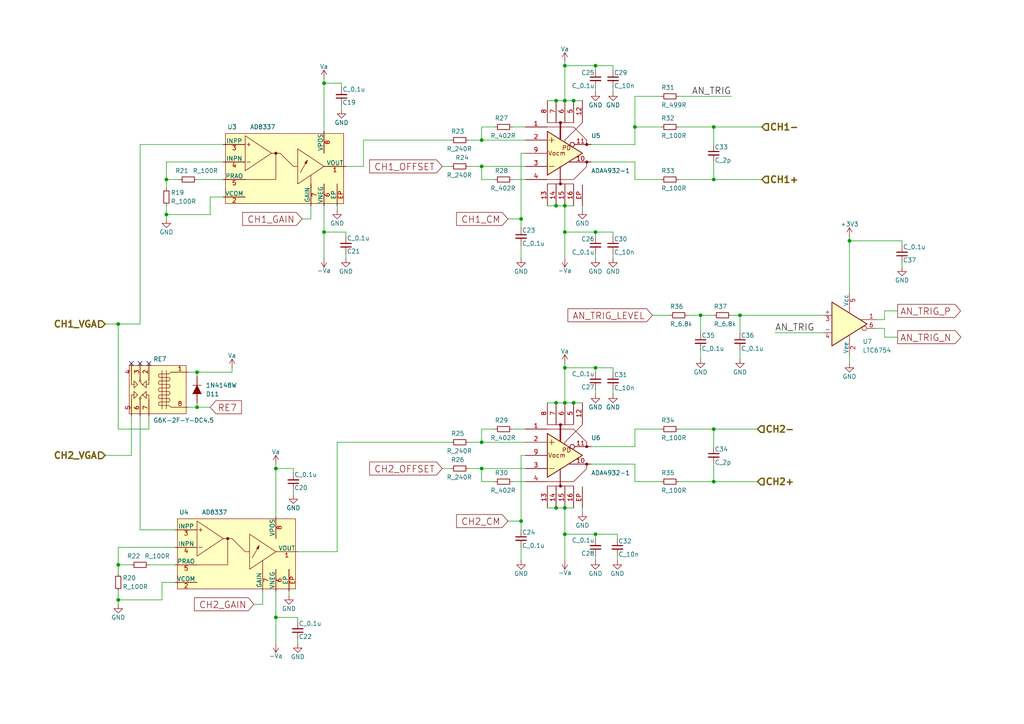
<source format=kicad_sch>
(kicad_sch (version 20231120) (generator "eeschema") (generator_version "8.0")
  (paper "A4")
  (title_block (title "Scopefun Oscilloscope") (rev "v2") (comment 1 "Copyright Dejan Priversek 2017") (comment 2 "Licensed under CERN OHL v.1.2"))
  (lib_symbols
    (symbol "ScopefunParts:+3.3V" (power) (pin_names (offset 0))
      (property "Value" "+3.3V" (at 0 3.556 0))
      (symbol "+3.3V_1_1"
        (pin power_in line (at 0 0 90) (length 0) hide (name "+3V3") (number "1"))
      )
    )
    (symbol "ScopefunParts:+Va" (power) (pin_names (offset 0))
      (property "Value" "+Va" (at 0 3.556 0))
      (symbol "+Va_1_1"
        (pin power_in line (at 0 0 90) (length 0) hide (name "Va") (number "1"))
      )
    )
    (symbol "ScopefunParts:-Va" (power) (pin_names (offset 0))
      (property "Value" "-Va" (at 0 3.556 0))
      (symbol "-Va_1_1"
        (pin power_in line (at 0 0 90) (length 0) hide (name "-Va") (number "1"))
      )
    )
    (symbol "ScopefunParts:1N4148W" (pin_numbers hide) (pin_names (offset 1.016) hide)
      (property "Reference" "D" (at 2.54 1.27 0))
      (property "Value" "1N4148W" (at 2.54 -1.27 0))
      (symbol "1N4148W_1_1"
        (pin passive line (at 0 -3.81 90) (length 2.54) (name "K") (number "1"))
        (pin passive line (at 0 3.81 270) (length 2.54) (name "A") (number "2"))
      )
    )
    (symbol "ScopefunParts:AD8337" (pin_names (offset 0))
      (property "Reference" "U" (at -15.24 12.7 0))
      (property "Value" "AD8337" (at -5.08 12.7 0))
      (symbol "AD8337_1_1"
        (pin output line (at 17.78 0 180) (length 6.35) (name "VOUT") (number "1"))
        (pin power_in line (at -17.78 -8.89 0) (length 6.35) (name "VCOM") (number "2"))
        (pin input line (at -17.78 6.35 0) (length 6.35) (name "INPP") (number "3"))
        (pin input line (at -17.78 1.27 0) (length 6.35) (name "INPN") (number "4"))
        (pin output line (at -17.78 -3.81 0) (length 6.35) (name "PRAO") (number "5"))
        (pin power_in line (at 11.43 -11.43 90) (length 6.35) (name "VNEG") (number "6"))
        (pin input line (at 7.62 -11.43 90) (length 6.35) (name "GAIN") (number "7"))
        (pin power_in line (at 11.43 10.16 270) (length 6.35) (name "VPOS") (number "8"))
        (pin passive line (at 15.24 -11.43 90) (length 6.35) (name "EP") (number "EP"))
      )
    )
    (symbol "ScopefunParts:ADA4932-1" (pin_names (offset 0) hide)
      (property "Reference" "U" (at 7.62 5.08 0))
      (property "Value" "ADA4932-1" (at 7.62 -5.08 0))
      (symbol "ADA4932-1_0_0"
        (text " PD" (at 0 1.524 0) (effects (font (size 1.27 1.27))))
      )
      (symbol "ADA4932-1_0_1"
        (pin power_in line (at -5.08 -15.24 90) (length 6.096) (name "-Vs") (number "13"))
        (pin power_in line (at -2.54 -15.24 90) (length 6.096) (name "-Vs") (number "14"))
        (pin power_in line (at 0 -15.24 90) (length 6.096) (name "-Vs") (number "15"))
        (pin power_in line (at 2.54 -15.24 90) (length 6.096) (name "-Vs") (number "16"))
        (pin power_in line (at 2.54 15.24 270) (length 6.096) (name "+Vs") (number "5"))
        (pin power_in line (at 0 15.24 270) (length 6.096) (name "+Vs") (number "6"))
        (pin power_in line (at -2.54 15.24 270) (length 6.096) (name "+Vs") (number "7"))
        (pin power_in line (at -5.08 15.24 270) (length 6.096) (name "+Vs") (number "8"))
      )
      (symbol "ADA4932-1_1_0"
        (text "Vocm" (at -2.286 0 0) (effects (font (size 1.27 1.27))))
      )
      (symbol "ADA4932-1_1_1"
        (pin output line (at -11.43 7.62 0) (length 6.096) (name "-FB") (number "1"))
        (pin output line (at 7.62 -2.54 180) (length 6.096) (name "+OUT") (number "10"))
        (pin output inverted (at 7.62 2.54 180) (length 6.096) (name "-OUT") (number "11"))
        (pin input line (at 5.08 15.24 270) (length 6.096) (name "r~{PD}") (number "12"))
        (pin input line (at -11.43 3.81 0) (length 6.096) (name "+IN") (number "2"))
        (pin input line (at -11.43 -3.81 0) (length 6.096) (name "-IN") (number "3"))
        (pin output line (at -11.43 -7.62 0) (length 6.096) (name "+FB") (number "4"))
        (pin input line (at -11.43 0 0) (length 6.096) (name "Vocm") (number "9"))
        (pin passive line (at 5.08 -15.24 90) (length 6.096) (name "EP") (number "EP"))
      )
    )
    (symbol "ScopefunParts:C_0.1u" (pin_numbers hide) (pin_names (offset 0.254) hide)
      (property "Reference" "C" (at 0.254 1.778 0))
      (property "Value" "C_0.1u" (at 0.254 -2.032 0))
      (symbol "C_0.1u_1_1"
        (pin passive line (at 0 2.54 270) (length 1.905) (name "~") (number "1"))
        (pin passive line (at 0 -2.54 90) (length 2.032) (name "~") (number "2"))
      )
    )
    (symbol "ScopefunParts:C_10n_0402" (pin_numbers hide) (pin_names (offset 0.254) hide)
      (property "Reference" "C" (at 0.254 1.778 0))
      (property "Value" "C_10n_0402" (at 0.254 -2.032 0))
      (symbol "C_10n_0402_1_1"
        (pin passive line (at 0 2.54 270) (length 1.905) (name "~") (number "1"))
        (pin passive line (at 0 -2.54 90) (length 2.032) (name "~") (number "2"))
      )
    )
    (symbol "ScopefunParts:C_2p" (pin_numbers hide) (pin_names (offset 0.254) hide)
      (property "Reference" "C" (at 0.254 1.778 0))
      (property "Value" "C_2p" (at 0.254 -2.032 0))
      (symbol "C_2p_1_1"
        (pin passive line (at 0 2.54 270) (length 1.905) (name "~") (number "1"))
        (pin passive line (at 0 -2.54 90) (length 2.032) (name "~") (number "2"))
      )
    )
    (symbol "ScopefunParts:G6K-2F-Y-DC4.5" (pin_names (offset 1.016) hide)
      (property "Reference" "RE" (at 0 10.16 0))
      (property "Value" "G6K-2F-Y-DC4.5" (at 0 -10.16 0))
      (symbol "G6K-2F-Y-DC4.5_1_1"
        (pin input line (at -8.89 -5.08 0) (length 4.826) (name "1") (number "1"))
        (pin passive line (at 2.54 -7.62 90) (length 4.826) (name "2") (number "2"))
        (pin passive line (at 5.08 -7.62 90) (length 4.826) (name "3") (number "3"))
        (pin passive line (at 7.62 -7.62 90) (length 4.826) (name "4") (number "4"))
        (pin passive line (at 7.62 7.62 270) (length 4.826) (name "5") (number "5"))
        (pin passive line (at 5.08 7.62 270) (length 4.826) (name "6") (number "6"))
        (pin passive line (at 2.54 7.62 270) (length 4.826) (name "7") (number "7"))
        (pin input line (at -8.89 5.08 0) (length 4.826) (name "8") (number "8"))
      )
    )
    (symbol "ScopefunParts:LTC6754" (pin_names (offset 0))
      (property "Reference" "U" (at 3.81 -5.08 0))
      (property "Value" "LTC6754" (at 3.81 -7.62 0))
      (symbol "LTC6754_0_1"
        (pin power_in line (at 0 -8.89 90) (length 4.064) (name "Vee") (number "2"))
      )
      (symbol "LTC6754_1_1"
        (pin output line (at 7.62 1.27 180) (length 2.54) (name "~") (number "1"))
        (pin input line (at -7.62 2.54 0) (length 2.54) (name "+") (number "3"))
        (pin input line (at -7.62 -2.54 0) (length 2.54) (name "-") (number "4"))
        (pin power_in line (at 0 8.89 270) (length 4.064) (name "Vcc") (number "5"))
        (pin output line (at 7.62 -1.27 180) (length 2.54) (name "~") (number "6"))
      )
    )
    (symbol "ScopefunParts:R_100R" (pin_numbers hide) (pin_names (offset 0.254) hide)
      (property "Reference" "R" (at 1.27 1.27 0))
      (property "Value" "R_100R" (at 1.27 -1.27 0))
      (symbol "R_100R_1_1"
        (pin passive line (at 0 2.54 270) (length 0.762) (name "~") (number "1"))
        (pin passive line (at 0 -2.54 90) (length 0.762) (name "~") (number "2"))
      )
    )
    (symbol "ScopefunParts:R_240R" (pin_numbers hide) (pin_names (offset 0.254) hide)
      (property "Reference" "R" (at 1.27 1.27 0))
      (property "Value" "R_240R" (at 1.27 -1.27 0))
      (symbol "R_240R_1_1"
        (pin passive line (at 0 2.54 270) (length 0.762) (name "~") (number "1"))
        (pin passive line (at 0 -2.54 90) (length 0.762) (name "~") (number "2"))
      )
    )
    (symbol "ScopefunParts:R_402R" (pin_numbers hide) (pin_names (offset 0.254) hide)
      (property "Reference" "R" (at 1.27 1.27 0))
      (property "Value" "R_402R" (at 1.27 -1.27 0))
      (symbol "R_402R_1_1"
        (pin passive line (at 0 2.54 270) (length 0.762) (name "~") (number "1"))
        (pin passive line (at 0 -2.54 90) (length 0.762) (name "~") (number "2"))
      )
    )
    (symbol "ScopefunParts:R_499R" (pin_numbers hide) (pin_names (offset 0.254) hide)
      (property "Reference" "R" (at 1.27 1.27 0))
      (property "Value" "R_499R" (at 1.27 -1.27 0))
      (symbol "R_499R_1_1"
        (pin passive line (at 0 2.54 270) (length 0.762) (name "~") (number "1"))
        (pin passive line (at 0 -2.54 90) (length 0.762) (name "~") (number "2"))
      )
    )
    (symbol "ScopefunParts:R_6.8k" (pin_numbers hide) (pin_names (offset 0.254) hide)
      (property "Reference" "R" (at 1.27 1.27 0))
      (property "Value" "R_6.8k" (at 1.27 -1.27 0))
      (symbol "R_6.8k_1_1"
        (pin passive line (at 0 2.54 270) (length 0.762) (name "~") (number "1"))
        (pin passive line (at 0 -2.54 90) (length 0.762) (name "~") (number "2"))
      )
    )
    (symbol "Scopefun_v2-rescue:GND" (power) (pin_names (offset 0))
      (property "Value" "GND" (at 0 -3.81 0))
      (symbol "GND_1_1"
        (pin power_in line (at 0 0 270) (length 0) hide (name "GND") (number "1"))
      )
    )
  )
  (junction (at 203.2 91.44))
  (junction (at 34.29 93.98))
  (junction (at 214.63 91.44))
  (junction (at 161.29 147.32))
  (junction (at 163.83 29.21))
  (junction (at 172.72 106.68))
  (junction (at 166.37 29.21))
  (junction (at 207.01 36.83))
  (junction (at 48.26 62.23))
  (junction (at 161.29 116.84))
  (junction (at 184.15 36.83))
  (junction (at 161.29 59.69))
  (junction (at 93.98 67.31))
  (junction (at 151.13 151.13))
  (junction (at 34.29 163.83))
  (junction (at 151.13 63.5))
  (junction (at 163.83 106.68))
  (junction (at 57.15 107.95))
  (junction (at 34.29 173.99))
  (junction (at 163.83 67.31))
  (junction (at 57.15 118.11))
  (junction (at 161.29 29.21))
  (junction (at 139.7 128.27))
  (junction (at 163.83 59.69))
  (junction (at 207.01 139.7))
  (junction (at 172.72 67.31))
  (junction (at 166.37 116.84))
  (junction (at 246.38 69.85))
  (junction (at 139.7 48.26))
  (junction (at 163.83 19.05))
  (junction (at 139.7 135.89))
  (junction (at 163.83 116.84))
  (junction (at 80.01 135.89))
  (junction (at 93.98 24.13))
  (junction (at 48.26 52.07))
  (junction (at 163.83 154.94))
  (junction (at 139.7 40.64))
  (junction (at 207.01 52.07))
  (junction (at 207.01 124.46))
  (junction (at 172.72 19.05))
  (junction (at 80.01 179.07))
  (junction (at 163.83 147.32))
  (junction (at 172.72 154.94))
  (no_connect (at 38.1 105.41))
  (no_connect (at 40.64 105.41))
  (no_connect (at 43.18 105.41))
  (wire (pts (xy 172.72 19.05) (xy 177.8 19.05)))
  (wire (pts (xy 172.72 106.68) (xy 172.72 107.95)))
  (wire (pts (xy 93.98 59.69) (xy 93.98 67.31)))
  (wire (pts (xy 256.54 97.79) (xy 260.35 97.79)))
  (wire (pts (xy 177.8 73.66) (xy 177.8 74.93)))
  (wire (pts (xy 168.91 59.69) (xy 168.91 60.96)))
  (wire (pts (xy 86.36 180.34) (xy 86.36 179.07)))
  (wire (pts (xy 177.8 67.31) (xy 177.8 68.58)))
  (wire (pts (xy 194.31 91.44) (xy 189.23 91.44)))
  (wire (pts (xy 184.15 36.83) (xy 184.15 41.91)))
  (wire (pts (xy 179.07 154.94) (xy 179.07 156.21)))
  (wire (pts (xy 151.13 132.08) (xy 151.13 151.13)))
  (wire (pts (xy 172.72 154.94) (xy 179.07 154.94)))
  (wire (pts (xy 34.29 171.45) (xy 34.29 173.99)))
  (wire (pts (xy 179.07 161.29) (xy 179.07 162.56)))
  (wire (pts (xy 196.85 27.94) (xy 212.09 27.94)))
  (wire (pts (xy 172.72 156.21) (xy 172.72 154.94)))
  (wire (pts (xy 191.77 139.7) (xy 184.15 139.7)))
  (wire (pts (xy 57.15 118.11) (xy 60.96 118.11)))
  (wire (pts (xy 163.83 147.32) (xy 163.83 154.94)))
  (wire (pts (xy 139.7 52.07) (xy 139.7 48.26)))
  (wire (pts (xy 139.7 36.83) (xy 139.7 40.64)))
  (wire (pts (xy 86.36 160.02) (xy 97.79 160.02)))
  (wire (pts (xy 151.13 151.13) (xy 147.32 151.13)))
  (wire (pts (xy 256.54 90.17) (xy 260.35 90.17)))
  (wire (pts (xy 43.18 124.46) (xy 34.29 124.46)))
  (wire (pts (xy 64.77 57.15) (xy 60.96 57.15)))
  (wire (pts (xy 207.01 134.62) (xy 207.01 139.7)))
  (wire (pts (xy 34.29 158.75) (xy 34.29 163.83)))
  (wire (pts (xy 57.15 52.07) (xy 64.77 52.07)))
  (wire (pts (xy 57.15 107.95) (xy 57.15 109.22)))
  (wire (pts (xy 158.75 116.84) (xy 161.29 116.84)))
  (wire (pts (xy 34.29 124.46) (xy 34.29 93.98)))
  (wire (pts (xy 158.75 59.69) (xy 161.29 59.69)))
  (wire (pts (xy 261.62 69.85) (xy 261.62 71.12)))
  (wire (pts (xy 163.83 67.31) (xy 172.72 67.31)))
  (wire (pts (xy 196.85 124.46) (xy 207.01 124.46)))
  (wire (pts (xy 214.63 101.6) (xy 214.63 104.14)))
  (wire (pts (xy 163.83 154.94) (xy 163.83 162.56)))
  (wire (pts (xy 67.31 107.95) (xy 67.31 106.68)))
  (wire (pts (xy 172.72 162.56) (xy 172.72 161.29)))
  (wire (pts (xy 196.85 139.7) (xy 207.01 139.7)))
  (wire (pts (xy 128.27 135.89) (xy 130.81 135.89)))
  (wire (pts (xy 38.1 132.08) (xy 38.1 120.65)))
  (wire (pts (xy 135.89 48.26) (xy 139.7 48.26)))
  (wire (pts (xy 166.37 29.21) (xy 168.91 29.21)))
  (wire (pts (xy 172.72 25.4) (xy 172.72 26.67)))
  (wire (pts (xy 163.83 116.84) (xy 166.37 116.84)))
  (wire (pts (xy 80.01 135.89) (xy 80.01 149.86)))
  (wire (pts (xy 168.91 147.32) (xy 168.91 148.59)))
  (wire (pts (xy 177.8 106.68) (xy 177.8 107.95)))
  (wire (pts (xy 161.29 59.69) (xy 163.83 59.69)))
  (wire (pts (xy 184.15 27.94) (xy 184.15 36.83)))
  (wire (pts (xy 83.82 171.45) (xy 83.82 172.72)))
  (wire (pts (xy 151.13 132.08) (xy 152.4 132.08)))
  (wire (pts (xy 97.79 160.02) (xy 97.79 128.27)))
  (wire (pts (xy 46.99 173.99) (xy 34.29 173.99)))
  (wire (pts (xy 40.64 153.67) (xy 50.8 153.67)))
  (wire (pts (xy 172.72 74.93) (xy 172.72 73.66)))
  (wire (pts (xy 158.75 147.32) (xy 161.29 147.32)))
  (wire (pts (xy 172.72 19.05) (xy 172.72 20.32)))
  (wire (pts (xy 148.59 36.83) (xy 152.4 36.83)))
  (wire (pts (xy 148.59 52.07) (xy 152.4 52.07)))
  (wire (pts (xy 85.09 143.51) (xy 85.09 142.24)))
  (wire (pts (xy 57.15 116.84) (xy 57.15 118.11)))
  (wire (pts (xy 48.26 59.69) (xy 48.26 62.23)))
  (wire (pts (xy 93.98 22.86) (xy 93.98 24.13)))
  (wire (pts (xy 139.7 139.7) (xy 139.7 135.89)))
  (wire (pts (xy 86.36 186.69) (xy 86.36 185.42)))
  (wire (pts (xy 163.83 116.84) (xy 163.83 106.68)))
  (wire (pts (xy 207.01 124.46) (xy 219.71 124.46)))
  (wire (pts (xy 143.51 124.46) (xy 139.7 124.46)))
  (wire (pts (xy 207.01 139.7) (xy 219.71 139.7)))
  (wire (pts (xy 48.26 46.99) (xy 64.77 46.99)))
  (wire (pts (xy 163.83 106.68) (xy 172.72 106.68)))
  (wire (pts (xy 163.83 67.31) (xy 163.83 74.93)))
  (wire (pts (xy 135.89 135.89) (xy 139.7 135.89)))
  (wire (pts (xy 30.48 132.08) (xy 38.1 132.08)))
  (wire (pts (xy 158.75 29.21) (xy 161.29 29.21)))
  (wire (pts (xy 139.7 135.89) (xy 152.4 135.89)))
  (wire (pts (xy 60.96 57.15) (xy 60.96 62.23)))
  (wire (pts (xy 207.01 52.07) (xy 220.98 52.07)))
  (wire (pts (xy 40.64 41.91) (xy 64.77 41.91)))
  (wire (pts (xy 184.15 52.07) (xy 184.15 46.99)))
  (wire (pts (xy 191.77 52.07) (xy 184.15 52.07)))
  (wire (pts (xy 148.59 124.46) (xy 152.4 124.46)))
  (wire (pts (xy 90.17 63.5) (xy 87.63 63.5)))
  (wire (pts (xy 76.2 171.45) (xy 76.2 175.26)))
  (wire (pts (xy 207.01 36.83) (xy 220.98 36.83)))
  (wire (pts (xy 184.15 134.62) (xy 171.45 134.62)))
  (wire (pts (xy 99.06 24.13) (xy 93.98 24.13)))
  (wire (pts (xy 172.72 113.03) (xy 172.72 114.3)))
  (wire (pts (xy 86.36 179.07) (xy 80.01 179.07)))
  (wire (pts (xy 34.29 163.83) (xy 34.29 166.37)))
  (wire (pts (xy 105.41 40.64) (xy 105.41 48.26)))
  (wire (pts (xy 163.83 19.05) (xy 172.72 19.05)))
  (wire (pts (xy 163.83 147.32) (xy 166.37 147.32)))
  (wire (pts (xy 139.7 40.64) (xy 152.4 40.64)))
  (wire (pts (xy 97.79 128.27) (xy 130.81 128.27)))
  (wire (pts (xy 172.72 68.58) (xy 172.72 67.31)))
  (wire (pts (xy 184.15 124.46) (xy 184.15 129.54)))
  (wire (pts (xy 151.13 158.75) (xy 151.13 162.56)))
  (wire (pts (xy 99.06 31.75) (xy 99.06 30.48)))
  (wire (pts (xy 148.59 139.7) (xy 152.4 139.7)))
  (wire (pts (xy 214.63 91.44) (xy 238.76 91.44)))
  (wire (pts (xy 163.83 59.69) (xy 163.83 67.31)))
  (wire (pts (xy 184.15 139.7) (xy 184.15 134.62)))
  (wire (pts (xy 172.72 106.68) (xy 177.8 106.68)))
  (wire (pts (xy 38.1 163.83) (xy 34.29 163.83)))
  (wire (pts (xy 246.38 69.85) (xy 261.62 69.85)))
  (wire (pts (xy 30.48 93.98) (xy 34.29 93.98)))
  (wire (pts (xy 177.8 19.05) (xy 177.8 20.32)))
  (wire (pts (xy 184.15 129.54) (xy 171.45 129.54)))
  (wire (pts (xy 254 95.25) (xy 256.54 95.25)))
  (wire (pts (xy 163.83 106.68) (xy 163.83 105.41)))
  (wire (pts (xy 172.72 67.31) (xy 177.8 67.31)))
  (wire (pts (xy 48.26 62.23) (xy 48.26 63.5)))
  (wire (pts (xy 130.81 40.64) (xy 105.41 40.64)))
  (wire (pts (xy 256.54 92.71) (xy 256.54 90.17)))
  (wire (pts (xy 90.17 59.69) (xy 90.17 63.5)))
  (wire (pts (xy 130.81 48.26) (xy 128.27 48.26)))
  (wire (pts (xy 199.39 91.44) (xy 203.2 91.44)))
  (wire (pts (xy 151.13 63.5) (xy 147.32 63.5)))
  (wire (pts (xy 135.89 128.27) (xy 139.7 128.27)))
  (wire (pts (xy 161.29 116.84) (xy 163.83 116.84)))
  (wire (pts (xy 196.85 36.83) (xy 207.01 36.83)))
  (wire (pts (xy 76.2 175.26) (xy 73.66 175.26)))
  (wire (pts (xy 214.63 91.44) (xy 214.63 96.52)))
  (wire (pts (xy 143.51 36.83) (xy 139.7 36.83)))
  (wire (pts (xy 261.62 76.2) (xy 261.62 77.47)))
  (wire (pts (xy 196.85 52.07) (xy 207.01 52.07)))
  (wire (pts (xy 152.4 44.45) (xy 151.13 44.45)))
  (wire (pts (xy 163.83 154.94) (xy 172.72 154.94)))
  (wire (pts (xy 246.38 69.85) (xy 246.38 85.09)))
  (wire (pts (xy 52.07 52.07) (xy 48.26 52.07)))
  (wire (pts (xy 139.7 48.26) (xy 152.4 48.26)))
  (wire (pts (xy 57.15 107.95) (xy 67.31 107.95)))
  (wire (pts (xy 184.15 41.91) (xy 171.45 41.91)))
  (wire (pts (xy 203.2 91.44) (xy 207.01 91.44)))
  (wire (pts (xy 256.54 95.25) (xy 256.54 97.79)))
  (wire (pts (xy 48.26 46.99) (xy 48.26 52.07)))
  (wire (pts (xy 143.51 52.07) (xy 139.7 52.07)))
  (wire (pts (xy 139.7 128.27) (xy 152.4 128.27)))
  (wire (pts (xy 151.13 44.45) (xy 151.13 63.5)))
  (wire (pts (xy 163.83 29.21) (xy 163.83 19.05)))
  (wire (pts (xy 212.09 91.44) (xy 214.63 91.44)))
  (wire (pts (xy 80.01 171.45) (xy 80.01 179.07)))
  (wire (pts (xy 48.26 52.07) (xy 48.26 54.61)))
  (wire (pts (xy 50.8 168.91) (xy 46.99 168.91)))
  (wire (pts (xy 34.29 173.99) (xy 34.29 175.26)))
  (wire (pts (xy 135.89 40.64) (xy 139.7 40.64)))
  (wire (pts (xy 100.33 74.93) (xy 100.33 73.66)))
  (wire (pts (xy 139.7 124.46) (xy 139.7 128.27)))
  (wire (pts (xy 191.77 36.83) (xy 184.15 36.83)))
  (wire (pts (xy 93.98 67.31) (xy 93.98 74.93)))
  (wire (pts (xy 151.13 63.5) (xy 151.13 66.04)))
  (wire (pts (xy 54.61 107.95) (xy 57.15 107.95)))
  (wire (pts (xy 40.64 120.65) (xy 40.64 153.67)))
  (wire (pts (xy 161.29 147.32) (xy 163.83 147.32)))
  (wire (pts (xy 163.83 19.05) (xy 163.83 17.78)))
  (wire (pts (xy 184.15 46.99) (xy 171.45 46.99)))
  (wire (pts (xy 34.29 93.98) (xy 40.64 93.98)))
  (wire (pts (xy 177.8 25.4) (xy 177.8 26.67)))
  (wire (pts (xy 43.18 120.65) (xy 43.18 124.46)))
  (wire (pts (xy 99.06 25.4) (xy 99.06 24.13)))
  (wire (pts (xy 207.01 36.83) (xy 207.01 41.91)))
  (wire (pts (xy 224.79 96.52) (xy 238.76 96.52)))
  (wire (pts (xy 191.77 27.94) (xy 184.15 27.94)))
  (wire (pts (xy 40.64 93.98) (xy 40.64 41.91)))
  (wire (pts (xy 151.13 151.13) (xy 151.13 153.67)))
  (wire (pts (xy 177.8 113.03) (xy 177.8 114.3)))
  (wire (pts (xy 80.01 134.62) (xy 80.01 135.89)))
  (wire (pts (xy 100.33 68.58) (xy 100.33 67.31)))
  (wire (pts (xy 246.38 105.41) (xy 246.38 102.87)))
  (wire (pts (xy 97.79 59.69) (xy 97.79 60.96)))
  (wire (pts (xy 85.09 137.16) (xy 85.09 135.89)))
  (wire (pts (xy 46.99 168.91) (xy 46.99 173.99)))
  (wire (pts (xy 85.09 135.89) (xy 80.01 135.89)))
  (wire (pts (xy 105.41 48.26) (xy 100.33 48.26)))
  (wire (pts (xy 166.37 116.84) (xy 168.91 116.84)))
  (wire (pts (xy 93.98 24.13) (xy 93.98 38.1)))
  (wire (pts (xy 203.2 101.6) (xy 203.2 104.14)))
  (wire (pts (xy 163.83 29.21) (xy 166.37 29.21)))
  (wire (pts (xy 80.01 179.07) (xy 80.01 186.69)))
  (wire (pts (xy 207.01 124.46) (xy 207.01 129.54)))
  (wire (pts (xy 207.01 46.99) (xy 207.01 52.07)))
  (wire (pts (xy 163.83 59.69) (xy 166.37 59.69)))
  (wire (pts (xy 54.61 118.11) (xy 57.15 118.11)))
  (wire (pts (xy 246.38 68.58) (xy 246.38 69.85)))
  (wire (pts (xy 151.13 71.12) (xy 151.13 74.93)))
  (wire (pts (xy 34.29 158.75) (xy 50.8 158.75)))
  (wire (pts (xy 60.96 62.23) (xy 48.26 62.23)))
  (wire (pts (xy 203.2 96.52) (xy 203.2 91.44)))
  (wire (pts (xy 254 92.71) (xy 256.54 92.71)))
  (wire (pts (xy 161.29 29.21) (xy 163.83 29.21)))
  (wire (pts (xy 143.51 139.7) (xy 139.7 139.7)))
  (wire (pts (xy 100.33 67.31) (xy 93.98 67.31)))
  (wire (pts (xy 191.77 124.46) (xy 184.15 124.46)))
  (wire (pts (xy 43.18 163.83) (xy 50.8 163.83)))
  (label "AN_TRIG" (at 212.09 27.94 180) (effects (font (size 1.905 1.905))))
  (label "AN_TRIG" (at 224.79 96.52 0) (effects (font (size 1.905 1.905))))
  (global_label "CH2_GAIN" (shape input) (at 73.66 175.26 180) (effects (font (size 1.905 1.905))) (property "Intersheetrefs" "${INTERSHEET_REFS}" (effects (hide yes))))
  (global_label "CH2_CM" (shape input) (at 147.32 151.13 180) (effects (font (size 1.905 1.905))) (property "Intersheetrefs" "${INTERSHEET_REFS}" (effects (hide yes))))
  (global_label "AN_TRIG_P" (shape output) (at 260.35 90.17 0) (effects (font (size 1.905 1.905))) (property "Intersheetrefs" "${INTERSHEET_REFS}" (effects (hide yes))))
  (global_label "AN_TRIG_N" (shape output) (at 260.35 97.79 0) (effects (font (size 1.905 1.905))) (property "Intersheetrefs" "${INTERSHEET_REFS}" (effects (hide yes))))
  (global_label "CH1_OFFSET" (shape input) (at 128.27 48.26 180) (effects (font (size 1.905 1.905))) (property "Intersheetrefs" "${INTERSHEET_REFS}" (effects (hide yes))))
  (global_label "RE7" (shape input) (at 60.96 118.11 0) (effects (font (size 1.905 1.905))) (property "Intersheetrefs" "${INTERSHEET_REFS}" (effects (hide yes))))
  (global_label "AN_TRIG_LEVEL" (shape input) (at 189.23 91.44 180) (effects (font (size 1.905 1.905))) (property "Intersheetrefs" "${INTERSHEET_REFS}" (effects (hide yes))))
  (global_label "CH2_OFFSET" (shape input) (at 128.27 135.89 180) (effects (font (size 1.905 1.905))) (property "Intersheetrefs" "${INTERSHEET_REFS}" (effects (hide yes))))
  (global_label "CH1_CM" (shape input) (at 147.32 63.5 180) (effects (font (size 1.905 1.905))) (property "Intersheetrefs" "${INTERSHEET_REFS}" (effects (hide yes))))
  (global_label "CH1_GAIN" (shape input) (at 87.63 63.5 180) (effects (font (size 1.905 1.905))) (property "Intersheetrefs" "${INTERSHEET_REFS}" (effects (hide yes))))
  (hierarchical_label "CH2+" (shape input) (at 219.71 139.7 0) (effects (font (size 1.905 1.905) (thickness 0.381) (bold yes))))
  (hierarchical_label "CH2-" (shape input) (at 219.71 124.46 0) (effects (font (size 1.905 1.905) (thickness 0.381) (bold yes))))
  (hierarchical_label "CH1_VGA" (shape input) (at 30.48 93.98 180) (effects (font (size 1.905 1.905) (thickness 0.381) (bold yes))))
  (hierarchical_label "CH2_VGA" (shape input) (at 30.48 132.08 180) (effects (font (size 1.905 1.905) (thickness 0.381) (bold yes))))
  (hierarchical_label "CH1+" (shape input) (at 220.98 52.07 0) (effects (font (size 1.905 1.905) (thickness 0.381) (bold yes))))
  (hierarchical_label "CH1-" (shape input) (at 220.98 36.83 0) (effects (font (size 1.905 1.905) (thickness 0.381) (bold yes))))
  (symbol (lib_id "ScopefunParts:AD8337") (at 82.55 48.26 0) (unit 1)
    (property "Reference" "U3" (at 67.31 36.83 0))
    (property "Value" "AD8337" (at 76.2 36.83 0))
    (property "Footprint" "ScopefunPackagesLibrary:CP-8-2" (effects (hide yes)))
    (property "Datasheet" "http://www.analog.com/media/en/technical-documentation/data-sheets/AD8337.pdf" (effects (hide yes)))
    (property "Description" "DC-Coupled VGA (voltage adjusted gain)" (effects (hide yes)))
    (property "Manufacturer Part Number" "AD8337BCPZ-REEL7" (effects (hide yes)))
  )
  (symbol (lib_id "ScopefunParts:+Va") (at 93.98 22.86 0) (mirror y) (unit 1)
    (property "Reference" "#PWR035" (effects (hide yes)))
    (property "Value" "Va" (at 93.98 19.304 0))
  )
  (symbol (lib_id "ScopefunParts:-Va") (at 93.98 74.93 0) (mirror x) (unit 1)
    (property "Reference" "#PWR036" (effects (hide yes)))
    (property "Value" "-Va" (at 93.98 78.486 0))
  )
  (symbol (lib_id "ScopefunParts:R_100R") (at 48.26 57.15 0) (unit 1)
    (property "Reference" "R19" (at 49.53 55.88 0) (effects (justify left)))
    (property "Value" "R_100R" (at 49.53 58.42 0) (effects (justify left)))
    (property "Footprint" "ScopefunPackagesLibrary:R_0603" (effects (hide yes)))
    (property "Datasheet" "http://industrial.panasonic.com/cdbs/www-data/pdf/AOA0000/AOA0000CE2.pdf" (effects (hide yes)))
    (property "Description" "RES SMD 1% 1/10W 0603" (effects (hide yes)))
    (property "Manufacturer Part Number" "ERJ-3EKF1000V" (effects (hide yes)))
  )
  (symbol (lib_id "ScopefunParts:R_100R") (at 54.61 52.07 270) (unit 1)
    (property "Reference" "R21" (at 50.8 49.53 90) (effects (justify left)))
    (property "Value" "R_100R" (at 55.88 49.53 90) (effects (justify left)))
    (property "Footprint" "ScopefunPackagesLibrary:R_0603" (effects (hide yes)))
    (property "Datasheet" "http://industrial.panasonic.com/cdbs/www-data/pdf/AOA0000/AOA0000CE2.pdf" (effects (hide yes)))
    (property "Description" "RES SMD 1% 1/10W 0603" (effects (hide yes)))
    (property "Manufacturer Part Number" "ERJ-3EKF1000V" (effects (hide yes)))
  )
  (symbol (lib_id "Scopefun_v2-rescue:GND") (at 48.26 63.5 0) (unit 1)
    (property "Reference" "#PWR037" (effects (hide yes)))
    (property "Value" "GND" (at 48.26 67.31 0))
  )
  (symbol (lib_id "ScopefunParts:ADA4932-1") (at 163.83 44.45 0) (unit 1)
    (property "Reference" "U5" (at 171.45 39.37 0) (effects (justify left)))
    (property "Value" "ADA4932-1" (at 171.45 49.53 0) (effects (justify left)))
    (property "Footprint" "ScopefunPackagesLibrary:CP-16-2" (effects (hide yes)))
    (property "Datasheet" "http://www.analog.com/media/en/technical-documentation/data-sheets/ADA4932-1_4932-2.pdf" (effects (hide yes)))
    (property "Description" "Low Power Differential ADC Driver, -3 dB bandwidth of 560 MHz, G = 1" (effects (hide yes)))
    (property "Manufacturer Part Number" "ADA4932-1YCPZ-R7" (effects (hide yes)))
  )
  (symbol (lib_id "ScopefunParts:C_0.1u") (at 100.33 71.12 0) (mirror x) (unit 1)
    (property "Reference" "C21" (at 100.584 72.898 0) (effects (justify left)))
    (property "Value" "C_0.1u" (at 100.584 69.088 0) (effects (justify left)))
    (property "Footprint" "ScopefunPackagesLibrary:C_0603" (effects (hide yes)))
    (property "Description" "MLCC - SMD/SMT 0603 16V X7R 10%" (effects (hide yes)))
    (property "Manufacturer Part Number" "C0603C104K4RACTU" (effects (hide yes)))
  )
  (symbol (lib_id "Scopefun_v2-rescue:GND") (at 100.33 74.93 0) (mirror y) (unit 1)
    (property "Reference" "#PWR038" (effects (hide yes)))
    (property "Value" "GND" (at 100.33 78.74 0))
  )
  (symbol (lib_id "ScopefunParts:C_0.1u") (at 99.06 27.94 0) (mirror x) (unit 1)
    (property "Reference" "C19" (at 99.314 29.718 0) (effects (justify left)))
    (property "Value" "C_0.1u" (at 99.314 25.908 0) (effects (justify left)))
    (property "Footprint" "ScopefunPackagesLibrary:C_0603" (effects (hide yes)))
    (property "Description" "MLCC - SMD/SMT 0603 16V X7R 10%" (effects (hide yes)))
    (property "Manufacturer Part Number" "C0603C104K4RACTU" (effects (hide yes)))
  )
  (symbol (lib_id "Scopefun_v2-rescue:GND") (at 99.06 31.75 0) (mirror y) (unit 1)
    (property "Reference" "#PWR039" (effects (hide yes)))
    (property "Value" "GND" (at 99.06 35.56 0))
  )
  (symbol (lib_id "Scopefun_v2-rescue:GND") (at 97.79 60.96 0) (unit 1)
    (property "Reference" "#PWR040" (effects (hide yes)))
    (property "Value" "GND" (at 97.79 64.77 0))
  )
  (symbol (lib_id "ScopefunParts:+Va") (at 163.83 17.78 0) (mirror y) (unit 1)
    (property "Reference" "#PWR041" (effects (hide yes)))
    (property "Value" "Va" (at 163.83 14.224 0))
  )
  (symbol (lib_id "ScopefunParts:C_0.1u") (at 172.72 22.86 0) (mirror y) (unit 1)
    (property "Reference" "C25" (at 172.466 21.082 0) (effects (justify left)))
    (property "Value" "C_0.1u" (at 172.466 24.892 0) (effects (justify left)))
    (property "Footprint" "ScopefunPackagesLibrary:C_0603" (effects (hide yes)))
    (property "Description" "MLCC - SMD/SMT 0603 16V X7R 10%" (effects (hide yes)))
    (property "Manufacturer Part Number" "C0603C104K4RACTU" (effects (hide yes)))
  )
  (symbol (lib_id "Scopefun_v2-rescue:GND") (at 172.72 26.67 0) (mirror y) (unit 1)
    (property "Reference" "#PWR042" (effects (hide yes)))
    (property "Value" "GND" (at 172.72 30.48 0))
  )
  (symbol (lib_id "Scopefun_v2-rescue:GND") (at 168.91 60.96 0) (unit 1)
    (property "Reference" "#PWR043" (effects (hide yes)))
    (property "Value" "GND" (at 168.91 64.77 0))
  )
  (symbol (lib_id "ScopefunParts:-Va") (at 163.83 74.93 0) (mirror x) (unit 1)
    (property "Reference" "#PWR044" (effects (hide yes)))
    (property "Value" "-Va" (at 163.83 78.486 0))
  )
  (symbol (lib_id "ScopefunParts:C_0.1u") (at 172.72 71.12 0) (mirror y) (unit 1)
    (property "Reference" "C26" (at 172.466 69.342 0) (effects (justify left)))
    (property "Value" "C_0.1u" (at 172.466 73.152 0) (effects (justify left)))
    (property "Footprint" "ScopefunPackagesLibrary:C_0603" (effects (hide yes)))
    (property "Description" "MLCC - SMD/SMT 0603 16V X7R 10%" (effects (hide yes)))
    (property "Manufacturer Part Number" "C0603C104K4RACTU" (effects (hide yes)))
  )
  (symbol (lib_id "Scopefun_v2-rescue:GND") (at 172.72 74.93 0) (mirror y) (unit 1)
    (property "Reference" "#PWR045" (effects (hide yes)))
    (property "Value" "GND" (at 172.72 78.74 0))
  )
  (symbol (lib_id "ScopefunParts:AD8337") (at 68.58 160.02 0) (unit 1)
    (property "Reference" "U4" (at 53.34 148.59 0))
    (property "Value" "AD8337" (at 62.23 148.59 0))
    (property "Footprint" "ScopefunPackagesLibrary:CP-8-2" (effects (hide yes)))
    (property "Datasheet" "http://www.analog.com/media/en/technical-documentation/data-sheets/AD8337.pdf" (effects (hide yes)))
    (property "Description" "DC-Coupled VGA (voltage adjusted gain)" (effects (hide yes)))
    (property "Manufacturer Part Number" "AD8337BCPZ-REEL7" (effects (hide yes)))
  )
  (symbol (lib_id "ScopefunParts:+Va") (at 80.01 134.62 0) (mirror y) (unit 1)
    (property "Reference" "#PWR046" (effects (hide yes)))
    (property "Value" "Va" (at 80.01 131.064 0))
  )
  (symbol (lib_id "ScopefunParts:-Va") (at 80.01 186.69 0) (mirror x) (unit 1)
    (property "Reference" "#PWR047" (effects (hide yes)))
    (property "Value" "-Va" (at 80.01 190.246 0))
  )
  (symbol (lib_id "ScopefunParts:R_100R") (at 34.29 168.91 0) (unit 1)
    (property "Reference" "R20" (at 35.56 167.64 0) (effects (justify left)))
    (property "Value" "R_100R" (at 35.56 170.18 0) (effects (justify left)))
    (property "Footprint" "ScopefunPackagesLibrary:R_0603" (effects (hide yes)))
    (property "Datasheet" "http://industrial.panasonic.com/cdbs/www-data/pdf/AOA0000/AOA0000CE2.pdf" (effects (hide yes)))
    (property "Description" "RES SMD 1% 1/10W 0603" (effects (hide yes)))
    (property "Manufacturer Part Number" "ERJ-3EKF1000V" (effects (hide yes)))
  )
  (symbol (lib_id "ScopefunParts:R_100R") (at 40.64 163.83 270) (unit 1)
    (property "Reference" "R22" (at 36.83 161.29 90) (effects (justify left)))
    (property "Value" "R_100R" (at 41.91 161.29 90) (effects (justify left)))
    (property "Footprint" "ScopefunPackagesLibrary:R_0603" (effects (hide yes)))
    (property "Datasheet" "http://industrial.panasonic.com/cdbs/www-data/pdf/AOA0000/AOA0000CE2.pdf" (effects (hide yes)))
    (property "Description" "RES SMD 1% 1/10W 0603" (effects (hide yes)))
    (property "Manufacturer Part Number" "ERJ-3EKF1000V" (effects (hide yes)))
  )
  (symbol (lib_id "Scopefun_v2-rescue:GND") (at 34.29 175.26 0) (unit 1)
    (property "Reference" "#PWR048" (effects (hide yes)))
    (property "Value" "GND" (at 34.29 179.07 0))
  )
  (symbol (lib_id "ScopefunParts:ADA4932-1") (at 163.83 132.08 0) (unit 1)
    (property "Reference" "U6" (at 171.45 127 0) (effects (justify left)))
    (property "Value" "ADA4932-1" (at 171.45 137.16 0) (effects (justify left)))
    (property "Footprint" "ScopefunPackagesLibrary:CP-16-2" (effects (hide yes)))
    (property "Datasheet" "http://www.analog.com/media/en/technical-documentation/data-sheets/ADA4932-1_4932-2.pdf" (effects (hide yes)))
    (property "Description" "Low Power Differential ADC Driver, -3 dB bandwidth of 560 MHz, G = 1" (effects (hide yes)))
    (property "Manufacturer Part Number" "ADA4932-1YCPZ-R7" (effects (hide yes)))
  )
  (symbol (lib_id "ScopefunParts:C_0.1u") (at 86.36 182.88 0) (mirror x) (unit 1)
    (property "Reference" "C22" (at 86.614 184.658 0) (effects (justify left)))
    (property "Value" "C_0.1u" (at 86.614 180.848 0) (effects (justify left)))
    (property "Footprint" "ScopefunPackagesLibrary:C_0603" (effects (hide yes)))
    (property "Description" "MLCC - SMD/SMT 0603 16V X7R 10%" (effects (hide yes)))
    (property "Manufacturer Part Number" "C0603C104K4RACTU" (effects (hide yes)))
  )
  (symbol (lib_id "Scopefun_v2-rescue:GND") (at 86.36 186.69 0) (mirror y) (unit 1)
    (property "Reference" "#PWR049" (effects (hide yes)))
    (property "Value" "GND" (at 86.36 190.5 0))
  )
  (symbol (lib_id "ScopefunParts:C_0.1u") (at 85.09 139.7 0) (mirror x) (unit 1)
    (property "Reference" "C20" (at 85.344 141.478 0) (effects (justify left)))
    (property "Value" "C_0.1u" (at 85.344 137.668 0) (effects (justify left)))
    (property "Footprint" "ScopefunPackagesLibrary:C_0603" (effects (hide yes)))
    (property "Description" "MLCC - SMD/SMT 0603 16V X7R 10%" (effects (hide yes)))
    (property "Manufacturer Part Number" "C0603C104K4RACTU" (effects (hide yes)))
  )
  (symbol (lib_id "Scopefun_v2-rescue:GND") (at 85.09 143.51 0) (mirror y) (unit 1)
    (property "Reference" "#PWR050" (effects (hide yes)))
    (property "Value" "GND" (at 85.09 147.32 0))
  )
  (symbol (lib_id "Scopefun_v2-rescue:GND") (at 83.82 172.72 0) (unit 1)
    (property "Reference" "#PWR051" (effects (hide yes)))
    (property "Value" "GND" (at 83.82 176.53 0))
  )
  (symbol (lib_id "ScopefunParts:+Va") (at 163.83 105.41 0) (mirror y) (unit 1)
    (property "Reference" "#PWR052" (effects (hide yes)))
    (property "Value" "Va" (at 163.83 101.854 0))
  )
  (symbol (lib_id "ScopefunParts:C_0.1u") (at 172.72 110.49 180) (unit 1)
    (property "Reference" "C27" (at 172.466 112.268 0) (effects (justify left)))
    (property "Value" "C_0.1u" (at 172.466 108.458 0) (effects (justify left)))
    (property "Footprint" "ScopefunPackagesLibrary:C_0603" (effects (hide yes)))
    (property "Description" "MLCC - SMD/SMT 0603 16V X7R 10%" (effects (hide yes)))
    (property "Manufacturer Part Number" "C0603C104K4RACTU" (effects (hide yes)))
  )
  (symbol (lib_id "Scopefun_v2-rescue:GND") (at 172.72 114.3 0) (mirror y) (unit 1)
    (property "Reference" "#PWR053" (effects (hide yes)))
    (property "Value" "GND" (at 172.72 118.11 0))
  )
  (symbol (lib_id "Scopefun_v2-rescue:GND") (at 168.91 148.59 0) (unit 1)
    (property "Reference" "#PWR054" (effects (hide yes)))
    (property "Value" "GND" (at 168.91 152.4 0))
  )
  (symbol (lib_id "ScopefunParts:-Va") (at 163.83 162.56 0) (mirror x) (unit 1)
    (property "Reference" "#PWR055" (effects (hide yes)))
    (property "Value" "-Va" (at 163.83 166.116 0))
  )
  (symbol (lib_id "ScopefunParts:C_0.1u") (at 172.72 158.75 180) (unit 1)
    (property "Reference" "C28" (at 172.466 160.528 0) (effects (justify left)))
    (property "Value" "C_0.1u" (at 172.466 156.718 0) (effects (justify left)))
    (property "Footprint" "ScopefunPackagesLibrary:C_0603" (effects (hide yes)))
    (property "Description" "MLCC - SMD/SMT 0603 16V X7R 10%" (effects (hide yes)))
    (property "Manufacturer Part Number" "C0603C104K4RACTU" (effects (hide yes)))
  )
  (symbol (lib_id "Scopefun_v2-rescue:GND") (at 172.72 162.56 0) (mirror y) (unit 1)
    (property "Reference" "#PWR056" (effects (hide yes)))
    (property "Value" "GND" (at 172.72 166.37 0))
  )
  (symbol (lib_id "ScopefunParts:C_0.1u") (at 261.62 73.66 0) (mirror x) (unit 1)
    (property "Reference" "C37" (at 261.874 75.438 0) (effects (justify left)))
    (property "Value" "C_0.1u" (at 261.874 71.628 0) (effects (justify left)))
    (property "Footprint" "ScopefunPackagesLibrary:C_0603" (effects (hide yes)))
    (property "Description" "MLCC - SMD/SMT 0603 16V X7R 10%" (effects (hide yes)))
    (property "Manufacturer Part Number" "C0603C104K4RACTU" (effects (hide yes)))
  )
  (symbol (lib_id "Scopefun_v2-rescue:GND") (at 261.62 77.47 0) (mirror y) (unit 1)
    (property "Reference" "#PWR057" (effects (hide yes)))
    (property "Value" "GND" (at 261.62 81.28 0))
  )
  (symbol (lib_id "Scopefun_v2-rescue:GND") (at 246.38 105.41 0) (unit 1)
    (property "Reference" "#PWR058" (effects (hide yes)))
    (property "Value" "GND" (at 246.38 109.22 0))
  )
  (symbol (lib_id "ScopefunParts:R_6.8k") (at 209.55 91.44 270) (mirror x) (unit 1)
    (property "Reference" "R37" (at 207.01 88.9 90) (effects (justify left)))
    (property "Value" "R_6.8k" (at 207.01 93.98 90) (effects (justify left)))
    (property "Footprint" "ScopefunPackagesLibrary:R_0603" (effects (hide yes)))
    (property "Datasheet" "http://industrial.panasonic.com/cdbs/www-data/pdf/AOA0000/AOA0000CE2.pdf" (effects (hide yes)))
    (property "Description" "RES SMD 1% 1/10W 0603" (effects (hide yes)))
    (property "Manufacturer Part Number" "ERJ-3EKF6801V" (effects (hide yes)))
  )
  (symbol (lib_id "ScopefunParts:R_6.8k") (at 196.85 91.44 270) (mirror x) (unit 1)
    (property "Reference" "R36" (at 194.31 88.9 90) (effects (justify left)))
    (property "Value" "R_6.8k" (at 194.31 93.98 90) (effects (justify left)))
    (property "Footprint" "ScopefunPackagesLibrary:R_0603" (effects (hide yes)))
    (property "Datasheet" "http://industrial.panasonic.com/cdbs/www-data/pdf/AOA0000/AOA0000CE2.pdf" (effects (hide yes)))
    (property "Description" "RES SMD 1% 1/10W 0603" (effects (hide yes)))
    (property "Manufacturer Part Number" "ERJ-3EKF6801V" (effects (hide yes)))
  )
  (symbol (lib_id "ScopefunParts:C_0.1u") (at 203.2 99.06 0) (unit 1)
    (property "Reference" "C35" (at 203.454 97.282 0) (effects (justify left)))
    (property "Value" "C_0.1u" (at 203.454 101.092 0) (effects (justify left)))
    (property "Footprint" "ScopefunPackagesLibrary:C_0603" (effects (hide yes)))
    (property "Description" "MLCC - SMD/SMT 0603 16V X7R 10%" (effects (hide yes)))
    (property "Manufacturer Part Number" "C0603C104K4RACTU" (effects (hide yes)))
  )
  (symbol (lib_id "ScopefunParts:C_0.1u") (at 214.63 99.06 0) (unit 1)
    (property "Reference" "C36" (at 214.884 97.282 0) (effects (justify left)))
    (property "Value" "C_0.1u" (at 214.884 101.092 0) (effects (justify left)))
    (property "Footprint" "ScopefunPackagesLibrary:C_0603" (effects (hide yes)))
    (property "Description" "MLCC - SMD/SMT 0603 16V X7R 10%" (effects (hide yes)))
    (property "Manufacturer Part Number" "C0603C104K4RACTU" (effects (hide yes)))
  )
  (symbol (lib_id "Scopefun_v2-rescue:GND") (at 214.63 104.14 0) (unit 1)
    (property "Reference" "#PWR059" (effects (hide yes)))
    (property "Value" "GND" (at 214.63 107.95 0))
  )
  (symbol (lib_id "Scopefun_v2-rescue:GND") (at 203.2 104.14 0) (unit 1)
    (property "Reference" "#PWR060" (effects (hide yes)))
    (property "Value" "GND" (at 203.2 107.95 0))
  )
  (symbol (lib_id "ScopefunParts:C_0.1u") (at 151.13 68.58 0) (unit 1)
    (property "Reference" "C23" (at 151.384 66.802 0) (effects (justify left)))
    (property "Value" "C_0.1u" (at 151.384 70.612 0) (effects (justify left)))
    (property "Footprint" "ScopefunPackagesLibrary:C_0603" (effects (hide yes)))
    (property "Description" "MLCC - SMD/SMT 0603 16V X7R 10%" (effects (hide yes)))
    (property "Manufacturer Part Number" "C0603C104K4RACTU" (effects (hide yes)))
  )
  (symbol (lib_id "Scopefun_v2-rescue:GND") (at 151.13 74.93 0) (unit 1)
    (property "Reference" "#PWR061" (effects (hide yes)))
    (property "Value" "GND" (at 151.13 78.74 0))
  )
  (symbol (lib_id "ScopefunParts:C_0.1u") (at 151.13 156.21 0) (unit 1)
    (property "Reference" "C24" (at 151.384 154.432 0) (effects (justify left)))
    (property "Value" "C_0.1u" (at 151.384 158.242 0) (effects (justify left)))
    (property "Footprint" "ScopefunPackagesLibrary:C_0603" (effects (hide yes)))
    (property "Description" "MLCC - SMD/SMT 0603 16V X7R 10%" (effects (hide yes)))
    (property "Manufacturer Part Number" "C0603C104K4RACTU" (effects (hide yes)))
  )
  (symbol (lib_id "Scopefun_v2-rescue:GND") (at 151.13 162.56 0) (unit 1)
    (property "Reference" "#PWR062" (effects (hide yes)))
    (property "Value" "GND" (at 151.13 166.37 0))
  )
  (symbol (lib_id "ScopefunParts:+3.3V") (at 246.38 68.58 0) (unit 1)
    (property "Reference" "#PWR063" (effects (hide yes)))
    (property "Value" "+3V3" (at 246.38 65.024 0))
  )
  (symbol (lib_id "ScopefunParts:LTC6754") (at 246.38 93.98 0) (unit 1)
    (property "Reference" "U7" (at 250.19 99.06 0) (effects (justify left)))
    (property "Value" "LTC6754" (at 250.19 101.6 0) (effects (justify left)))
    (property "Footprint" "ScopefunPackagesLibrary:SC70-6" (effects (hide yes)))
    (property "Datasheet" "http://cds.linear.com/docs/en/datasheet/6754f.pdf" (effects (hide yes)))
    (property "Description" "Rail-to-Rail, High-Speed Comparator with LVDS Compatible Outputs" (effects (hide yes)))
    (property "Manufacturer Part Number" "LTC6754HSC6#TRMPBF" (effects (hide yes)))
  )
  (symbol (lib_id "ScopefunParts:G6K-2F-Y-DC4.5") (at 45.72 113.03 180) (unit 1)
    (property "Reference" "RE7" (at 44.45 104.14 0) (effects (justify right)))
    (property "Value" "G6K-2F-Y-DC4.5" (at 44.45 121.92 0) (effects (justify right)))
    (property "Footprint" "ScopefunPackagesLibrary:G6K-2F-Y" (effects (hide yes)))
    (property "Datasheet" "https://www.omron.com/ecb/products/pdf/en-g6k.pdf" (effects (hide yes)))
    (property "Description" "Low Signal Relays - PCB Gullwing NoLatch 3.2 DPDT 4.5VDC 100mW" (effects (hide yes)))
    (property "Manufacturer Part Number" "G6K-2F-Y-DC4.5" (effects (hide yes)))
  )
  (symbol (lib_id "ScopefunParts:+Va") (at 67.31 106.68 0) (mirror y) (unit 1)
    (property "Reference" "#PWR064" (effects (hide yes)))
    (property "Value" "Va" (at 67.31 103.124 0))
  )
  (symbol (lib_id "ScopefunParts:R_499R") (at 194.31 27.94 270) (unit 1)
    (property "Reference" "R31" (at 191.77 25.4 90) (effects (justify left)))
    (property "Value" "R_499R" (at 191.77 30.48 90) (effects (justify left)))
    (property "Footprint" "ScopefunPackagesLibrary:R_0603" (effects (hide yes)))
    (property "Datasheet" "http://industrial.panasonic.com/cdbs/www-data/pdf/AOA0000/AOA0000CE2.pdf" (effects (hide yes)))
    (property "Description" "RES SMD 1% 1/10W 0603" (effects (hide yes)))
    (property "Manufacturer Part Number" "ERJ-3EKF4990V" (effects (hide yes)))
  )
  (symbol (lib_id "Scopefun_v2-rescue:GND") (at 177.8 26.67 0) (mirror y) (unit 1)
    (property "Reference" "#PWR065" (effects (hide yes)))
    (property "Value" "GND" (at 177.8 30.48 0))
  )
  (symbol (lib_id "Scopefun_v2-rescue:GND") (at 177.8 74.93 0) (mirror y) (unit 1)
    (property "Reference" "#PWR066" (effects (hide yes)))
    (property "Value" "GND" (at 177.8 78.74 0))
  )
  (symbol (lib_id "Scopefun_v2-rescue:GND") (at 177.8 114.3 0) (mirror y) (unit 1)
    (property "Reference" "#PWR067" (effects (hide yes)))
    (property "Value" "GND" (at 177.8 118.11 0))
  )
  (symbol (lib_id "Scopefun_v2-rescue:GND") (at 179.07 162.56 0) (mirror y) (unit 1)
    (property "Reference" "#PWR068" (effects (hide yes)))
    (property "Value" "GND" (at 179.07 166.37 0))
  )
  (symbol (lib_id "ScopefunParts:C_10n_0402") (at 177.8 71.12 0) (unit 1)
    (property "Reference" "C30" (at 178.054 69.342 0) (effects (justify left)))
    (property "Value" "C_10n" (at 178.054 73.152 0) (effects (justify left)))
    (property "Footprint" "ScopefunPackagesLibrary:C_0402" (effects (hide yes)))
    (property "Description" "MLCC - SMD/SMT 0402 10V X7R 10%" (effects (hide yes)))
    (property "Manufacturer Part Number" "885012205012" (effects (hide yes)))
  )
  (symbol (lib_id "ScopefunParts:C_10n_0402") (at 177.8 22.86 0) (unit 1)
    (property "Reference" "C29" (at 178.054 21.082 0) (effects (justify left)))
    (property "Value" "C_10n" (at 178.054 24.892 0) (effects (justify left)))
    (property "Footprint" "ScopefunPackagesLibrary:C_0402" (effects (hide yes)))
    (property "Description" "MLCC - SMD/SMT 0402 10V X7R 10%" (effects (hide yes)))
    (property "Manufacturer Part Number" "885012205012" (effects (hide yes)))
  )
  (symbol (lib_id "ScopefunParts:C_10n_0402") (at 177.8 110.49 0) (unit 1)
    (property "Reference" "C31" (at 178.054 108.712 0) (effects (justify left)))
    (property "Value" "C_10n" (at 178.054 112.522 0) (effects (justify left)))
    (property "Footprint" "ScopefunPackagesLibrary:C_0402" (effects (hide yes)))
    (property "Description" "MLCC - SMD/SMT 0402 10V X7R 10%" (effects (hide yes)))
    (property "Manufacturer Part Number" "885012205012" (effects (hide yes)))
  )
  (symbol (lib_id "ScopefunParts:C_10n_0402") (at 179.07 158.75 0) (unit 1)
    (property "Reference" "C32" (at 179.324 156.972 0) (effects (justify left)))
    (property "Value" "C_10n" (at 179.324 160.782 0) (effects (justify left)))
    (property "Footprint" "ScopefunPackagesLibrary:C_0402" (effects (hide yes)))
    (property "Description" "MLCC - SMD/SMT 0402 10V X7R 10%" (effects (hide yes)))
    (property "Manufacturer Part Number" "885012205012" (effects (hide yes)))
  )
  (symbol (lib_id "ScopefunParts:1N4148W") (at 57.15 113.03 0) (mirror x) (unit 1)
    (property "Reference" "D11" (at 59.69 114.3 0) (effects (justify left)))
    (property "Value" "1N4148W" (at 59.69 111.76 0) (effects (justify left)))
    (property "Footprint" "ScopefunPackagesLibrary:SOD123" (effects (hide yes)))
    (property "Datasheet" "https://www.diodes.com/datasheets/ds30086.pdf" (effects (hide yes)))
    (property "Description" "SURFACE MOUNT FAST SWITCHING DIODE 150mA" (effects (hide yes)))
    (property "Manufacturer Part Number" "1N4148W-7-F" (effects (hide yes)))
  )
  (symbol (lib_id "ScopefunParts:R_100R") (at 194.31 36.83 270) (unit 1)
    (property "Reference" "R32" (at 191.77 34.29 90) (effects (justify left)))
    (property "Value" "R_100R" (at 191.77 39.37 90) (effects (justify left)))
    (property "Footprint" "ScopefunPackagesLibrary:R_0603" (effects (hide yes)))
    (property "Datasheet" "https://industrial.panasonic.com/ww/products/resistors/chip-resistors/chip-resistors/precision-thick-film-chip-resistors/ERJ3EKF1000V" (effects (hide yes)))
    (property "Description" "RES SMD 1% 1/10W 0603" (effects (hide yes)))
    (property "Manufacturer Part Number" "ERJ-3EKF1000V" (effects (hide yes)))
  )
  (symbol (lib_id "ScopefunParts:R_100R") (at 194.31 52.07 270) (unit 1)
    (property "Reference" "R33" (at 191.77 49.53 90) (effects (justify left)))
    (property "Value" "R_100R" (at 191.77 54.61 90) (effects (justify left)))
    (property "Footprint" "ScopefunPackagesLibrary:R_0603" (effects (hide yes)))
    (property "Datasheet" "https://industrial.panasonic.com/ww/products/resistors/chip-resistors/chip-resistors/precision-thick-film-chip-resistors/ERJ3EKF1000V" (effects (hide yes)))
    (property "Description" "RES SMD 1% 1/10W 0603" (effects (hide yes)))
    (property "Manufacturer Part Number" "ERJ-3EKF1000V" (effects (hide yes)))
  )
  (symbol (lib_id "ScopefunParts:R_100R") (at 194.31 124.46 270) (unit 1)
    (property "Reference" "R34" (at 191.77 121.92 90) (effects (justify left)))
    (property "Value" "R_100R" (at 191.77 127 90) (effects (justify left)))
    (property "Footprint" "ScopefunPackagesLibrary:R_0603" (effects (hide yes)))
    (property "Datasheet" "https://industrial.panasonic.com/ww/products/resistors/chip-resistors/chip-resistors/precision-thick-film-chip-resistors/ERJ3EKF1000V" (effects (hide yes)))
    (property "Description" "RES SMD 1% 1/10W 0603" (effects (hide yes)))
    (property "Manufacturer Part Number" "ERJ-3EKF1000V" (effects (hide yes)))
  )
  (symbol (lib_id "ScopefunParts:R_100R") (at 194.31 139.7 270) (unit 1)
    (property "Reference" "R35" (at 191.77 137.16 90) (effects (justify left)))
    (property "Value" "R_100R" (at 191.77 142.24 90) (effects (justify left)))
    (property "Footprint" "ScopefunPackagesLibrary:R_0603" (effects (hide yes)))
    (property "Datasheet" "https://industrial.panasonic.com/ww/products/resistors/chip-resistors/chip-resistors/precision-thick-film-chip-resistors/ERJ3EKF1000V" (effects (hide yes)))
    (property "Description" "RES SMD 1% 1/10W 0603" (effects (hide yes)))
    (property "Manufacturer Part Number" "ERJ-3EKF1000V" (effects (hide yes)))
  )
  (symbol (lib_id "ScopefunParts:R_240R") (at 133.35 40.64 270) (unit 1)
    (property "Reference" "R23" (at 130.81 38.1 90) (effects (justify left)))
    (property "Value" "R_240R" (at 129.54 43.18 90) (effects (justify left)))
    (property "Footprint" "ScopefunPackagesLibrary:R_0603" (effects (hide yes)))
    (property "Datasheet" "http://industrial.panasonic.com/cdbs/www-data/pdf/AOA0000/AOA0000CE2.pdf" (effects (hide yes)))
    (property "Description" "RES SMD 1% 1/10W 0603" (effects (hide yes)))
    (property "Manufacturer Part Number" "ERJ-3EKF2400V" (effects (hide yes)))
  )
  (symbol (lib_id "ScopefunParts:R_240R") (at 133.35 48.26 270) (unit 1)
    (property "Reference" "R24" (at 132.08 45.72 90) (effects (justify left)))
    (property "Value" "R_240R" (at 129.54 50.8 90) (effects (justify left)))
    (property "Footprint" "ScopefunPackagesLibrary:R_0603" (effects (hide yes)))
    (property "Datasheet" "http://industrial.panasonic.com/cdbs/www-data/pdf/AOA0000/AOA0000CE2.pdf" (effects (hide yes)))
    (property "Description" "RES SMD 1% 1/10W 0603" (effects (hide yes)))
    (property "Manufacturer Part Number" "ERJ-3EKF2400V" (effects (hide yes)))
  )
  (symbol (lib_id "ScopefunParts:R_402R") (at 146.05 36.83 270) (unit 1)
    (property "Reference" "R27" (at 143.51 34.29 90) (effects (justify left)))
    (property "Value" "R_402R" (at 142.24 39.37 90) (effects (justify left)))
    (property "Footprint" "ScopefunPackagesLibrary:R_0603" (effects (hide yes)))
    (property "Datasheet" "http://industrial.panasonic.com/cdbs/www-data/pdf/AOA0000/AOA0000CE2.pdf" (effects (hide yes)))
    (property "Description" "RES SMD 1% 1/10W 0603" (effects (hide yes)))
    (property "Manufacturer Part Number" "ERJ-3EKF4020V" (effects (hide yes)))
  )
  (symbol (lib_id "ScopefunParts:R_402R") (at 146.05 52.07 270) (unit 1)
    (property "Reference" "R28" (at 143.51 49.53 90) (effects (justify left)))
    (property "Value" "R_402R" (at 142.24 54.61 90) (effects (justify left)))
    (property "Footprint" "ScopefunPackagesLibrary:R_0603" (effects (hide yes)))
    (property "Datasheet" "http://industrial.panasonic.com/cdbs/www-data/pdf/AOA0000/AOA0000CE2.pdf" (effects (hide yes)))
    (property "Description" "RES SMD 1% 1/10W 0603" (effects (hide yes)))
    (property "Manufacturer Part Number" "ERJ-3EKF4020V" (effects (hide yes)))
  )
  (symbol (lib_id "ScopefunParts:R_240R") (at 133.35 128.27 270) (unit 1)
    (property "Reference" "R25" (at 130.81 125.73 90) (effects (justify left)))
    (property "Value" "R_240R" (at 129.54 130.81 90) (effects (justify left)))
    (property "Footprint" "ScopefunPackagesLibrary:R_0603" (effects (hide yes)))
    (property "Datasheet" "http://industrial.panasonic.com/cdbs/www-data/pdf/AOA0000/AOA0000CE2.pdf" (effects (hide yes)))
    (property "Description" "RES SMD 1% 1/10W 0603" (effects (hide yes)))
    (property "Manufacturer Part Number" "ERJ-3EKF2400V" (effects (hide yes)))
  )
  (symbol (lib_id "ScopefunParts:R_240R") (at 133.35 135.89 270) (unit 1)
    (property "Reference" "R26" (at 130.81 133.35 90) (effects (justify left)))
    (property "Value" "R_240R" (at 129.54 138.43 90) (effects (justify left)))
    (property "Footprint" "ScopefunPackagesLibrary:R_0603" (effects (hide yes)))
    (property "Datasheet" "http://industrial.panasonic.com/cdbs/www-data/pdf/AOA0000/AOA0000CE2.pdf" (effects (hide yes)))
    (property "Description" "RES SMD 1% 1/10W 0603" (effects (hide yes)))
    (property "Manufacturer Part Number" "ERJ-3EKF2400V" (effects (hide yes)))
  )
  (symbol (lib_id "ScopefunParts:R_402R") (at 146.05 124.46 270) (unit 1)
    (property "Reference" "R29" (at 143.51 121.92 90) (effects (justify left)))
    (property "Value" "R_402R" (at 142.24 127 90) (effects (justify left)))
    (property "Footprint" "ScopefunPackagesLibrary:R_0603" (effects (hide yes)))
    (property "Datasheet" "http://industrial.panasonic.com/cdbs/www-data/pdf/AOA0000/AOA0000CE2.pdf" (effects (hide yes)))
    (property "Description" "RES SMD 1% 1/10W 0603" (effects (hide yes)))
    (property "Manufacturer Part Number" "ERJ-3EKF4020V" (effects (hide yes)))
  )
  (symbol (lib_id "ScopefunParts:R_402R") (at 146.05 139.7 270) (unit 1)
    (property "Reference" "R30" (at 143.51 137.16 90) (effects (justify left)))
    (property "Value" "R_402R" (at 142.24 142.24 90) (effects (justify left)))
    (property "Footprint" "ScopefunPackagesLibrary:R_0603" (effects (hide yes)))
    (property "Datasheet" "http://industrial.panasonic.com/cdbs/www-data/pdf/AOA0000/AOA0000CE2.pdf" (effects (hide yes)))
    (property "Description" "RES SMD 1% 1/10W 0603" (effects (hide yes)))
    (property "Manufacturer Part Number" "ERJ-3EKF4020V" (effects (hide yes)))
  )
  (symbol (lib_id "ScopefunParts:C_2p") (at 207.01 44.45 0) (unit 1)
    (property "Reference" "C33" (at 207.264 42.672 0) (effects (justify left)))
    (property "Value" "C_2p" (at 207.264 46.482 0) (effects (justify left)))
    (property "Footprint" "ScopefunPackagesLibrary:C_0603" (effects (hide yes)))
    (property "Description" "MLCC - SMD/SMT 0603 100V C0G 0.25P" (effects (hide yes)))
    (property "Manufacturer Part Number" "C1608C0G2A020C080AA" (effects (hide yes)))
  )
  (symbol (lib_id "ScopefunParts:C_2p") (at 207.01 132.08 0) (unit 1)
    (property "Reference" "C34" (at 207.264 130.302 0) (effects (justify left)))
    (property "Value" "C_2p" (at 207.264 134.112 0) (effects (justify left)))
    (property "Footprint" "ScopefunPackagesLibrary:C_0603" (effects (hide yes)))
    (property "Description" "MLCC - SMD/SMT 0603 100V C0G 0.25P" (effects (hide yes)))
    (property "Manufacturer Part Number" "C1608C0G2A020C080AA" (effects (hide yes)))
  )
)
</source>
